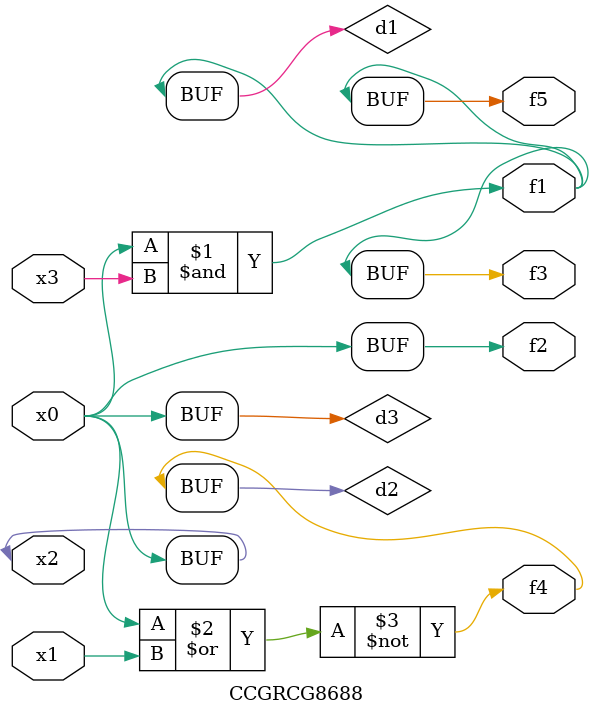
<source format=v>
module CCGRCG8688(
	input x0, x1, x2, x3,
	output f1, f2, f3, f4, f5
);

	wire d1, d2, d3;

	and (d1, x2, x3);
	nor (d2, x0, x1);
	buf (d3, x0, x2);
	assign f1 = d1;
	assign f2 = d3;
	assign f3 = d1;
	assign f4 = d2;
	assign f5 = d1;
endmodule

</source>
